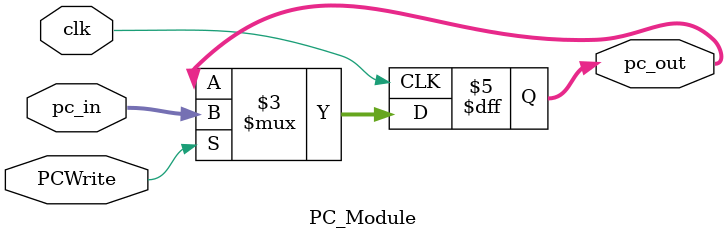
<source format=v>
module PC_Module(clk,pc_in, PCWrite, pc_out);
    input clk, PCWrite;
    input [31:0] pc_in;
    output reg [31:0] pc_out;


    initial
    begin   
        pc_out=0;
    end

    always@(posedge clk)
    begin
        if(PCWrite)
            pc_out<=pc_in;
        else
            ;//do nothing
    end
    
endmodule 
</source>
